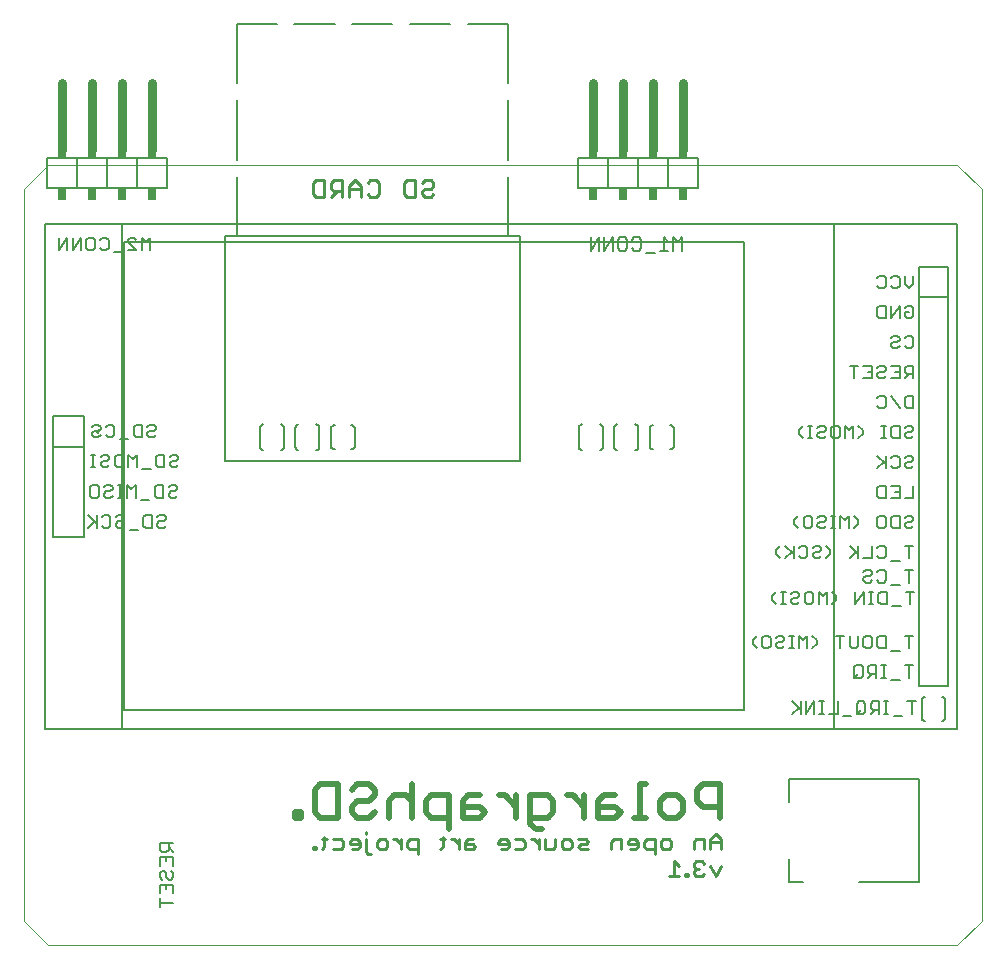
<source format=gbo>
G75*
%MOIN*%
%OFA0B0*%
%FSLAX25Y25*%
%IPPOS*%
%LPD*%
%AMOC8*
5,1,8,0,0,1.08239X$1,22.5*
%
%ADD10C,0.00000*%
%ADD11C,0.00800*%
%ADD12C,0.01000*%
%ADD13C,0.02000*%
%ADD14C,0.00900*%
%ADD15C,0.00600*%
%ADD16C,0.00500*%
%ADD17C,0.03000*%
%ADD18R,0.03000X0.02000*%
%ADD19R,0.03000X0.04000*%
D10*
X0001000Y0008874D02*
X0001000Y0252969D01*
X0008874Y0260843D01*
X0312024Y0260843D01*
X0320409Y0252969D01*
X0320409Y0008874D01*
X0312024Y0001000D01*
X0008874Y0001000D01*
X0001000Y0008874D01*
D11*
X0022416Y0140061D02*
X0024518Y0142163D01*
X0025218Y0141463D02*
X0022416Y0144265D01*
X0025218Y0144265D02*
X0025218Y0140061D01*
X0027020Y0140762D02*
X0027720Y0140061D01*
X0029122Y0140061D01*
X0029822Y0140762D01*
X0029822Y0143564D01*
X0029122Y0144265D01*
X0027720Y0144265D01*
X0027020Y0143564D01*
X0031624Y0143564D02*
X0032324Y0144265D01*
X0033725Y0144265D01*
X0034426Y0143564D01*
X0034426Y0142864D01*
X0033725Y0142163D01*
X0032324Y0142163D01*
X0031624Y0141463D01*
X0031624Y0140762D01*
X0032324Y0140061D01*
X0033725Y0140061D01*
X0034426Y0140762D01*
X0036228Y0139361D02*
X0039030Y0139361D01*
X0040831Y0140762D02*
X0040831Y0143564D01*
X0041532Y0144265D01*
X0043634Y0144265D01*
X0043634Y0140061D01*
X0041532Y0140061D01*
X0040831Y0140762D01*
X0045435Y0140762D02*
X0046136Y0140061D01*
X0047537Y0140061D01*
X0048238Y0140762D01*
X0047537Y0142163D02*
X0048238Y0142864D01*
X0048238Y0143564D01*
X0047537Y0144265D01*
X0046136Y0144265D01*
X0045435Y0143564D01*
X0046136Y0142163D02*
X0045435Y0141463D01*
X0045435Y0140762D01*
X0046136Y0142163D02*
X0047537Y0142163D01*
X0047413Y0150061D02*
X0045312Y0150061D01*
X0044611Y0150762D01*
X0044611Y0153564D01*
X0045312Y0154265D01*
X0047413Y0154265D01*
X0047413Y0150061D01*
X0049215Y0150762D02*
X0049916Y0150061D01*
X0051317Y0150061D01*
X0052017Y0150762D01*
X0051317Y0152163D02*
X0049916Y0152163D01*
X0049215Y0151463D01*
X0049215Y0150762D01*
X0051317Y0152163D02*
X0052017Y0152864D01*
X0052017Y0153564D01*
X0051317Y0154265D01*
X0049916Y0154265D01*
X0049215Y0153564D01*
X0050309Y0160219D02*
X0051710Y0160219D01*
X0052411Y0160919D01*
X0051710Y0162321D02*
X0050309Y0162321D01*
X0049609Y0161620D01*
X0049609Y0160919D01*
X0050309Y0160219D01*
X0047807Y0160219D02*
X0045705Y0160219D01*
X0045005Y0160919D01*
X0045005Y0163722D01*
X0045705Y0164422D01*
X0047807Y0164422D01*
X0047807Y0160219D01*
X0049609Y0163722D02*
X0050309Y0164422D01*
X0051710Y0164422D01*
X0052411Y0163722D01*
X0052411Y0163021D01*
X0051710Y0162321D01*
X0043203Y0159518D02*
X0040401Y0159518D01*
X0038599Y0160219D02*
X0038599Y0164422D01*
X0037198Y0163021D01*
X0035797Y0164422D01*
X0035797Y0160219D01*
X0033995Y0160919D02*
X0033295Y0160219D01*
X0031894Y0160219D01*
X0031193Y0160919D01*
X0031193Y0163722D01*
X0031894Y0164422D01*
X0033295Y0164422D01*
X0033995Y0163722D01*
X0033995Y0160919D01*
X0029391Y0160919D02*
X0028691Y0160219D01*
X0027290Y0160219D01*
X0026589Y0160919D01*
X0026589Y0161620D01*
X0027290Y0162321D01*
X0028691Y0162321D01*
X0029391Y0163021D01*
X0029391Y0163722D01*
X0028691Y0164422D01*
X0027290Y0164422D01*
X0026589Y0163722D01*
X0024787Y0164422D02*
X0023386Y0164422D01*
X0024087Y0164422D02*
X0024087Y0160219D01*
X0024787Y0160219D02*
X0023386Y0160219D01*
X0023827Y0154265D02*
X0023126Y0153564D01*
X0023126Y0150762D01*
X0023827Y0150061D01*
X0025228Y0150061D01*
X0025928Y0150762D01*
X0025928Y0153564D01*
X0025228Y0154265D01*
X0023827Y0154265D01*
X0027730Y0153564D02*
X0028431Y0154265D01*
X0029832Y0154265D01*
X0030532Y0153564D01*
X0030532Y0152864D01*
X0029832Y0152163D01*
X0028431Y0152163D01*
X0027730Y0151463D01*
X0027730Y0150762D01*
X0028431Y0150061D01*
X0029832Y0150061D01*
X0030532Y0150762D01*
X0032200Y0150061D02*
X0033602Y0150061D01*
X0032901Y0150061D02*
X0032901Y0154265D01*
X0033602Y0154265D02*
X0032200Y0154265D01*
X0035403Y0154265D02*
X0035403Y0150061D01*
X0038206Y0150061D02*
X0038206Y0154265D01*
X0036804Y0152864D01*
X0035403Y0154265D01*
X0040007Y0149361D02*
X0042809Y0149361D01*
X0035723Y0169518D02*
X0032920Y0169518D01*
X0031119Y0170919D02*
X0030418Y0170219D01*
X0029017Y0170219D01*
X0028317Y0170919D01*
X0026515Y0170919D02*
X0025814Y0170219D01*
X0024413Y0170219D01*
X0023713Y0170919D01*
X0023713Y0171620D01*
X0024413Y0172321D01*
X0025814Y0172321D01*
X0026515Y0173021D01*
X0026515Y0173722D01*
X0025814Y0174422D01*
X0024413Y0174422D01*
X0023713Y0173722D01*
X0028317Y0173722D02*
X0029017Y0174422D01*
X0030418Y0174422D01*
X0031119Y0173722D01*
X0031119Y0170919D01*
X0037524Y0170919D02*
X0037524Y0173722D01*
X0038225Y0174422D01*
X0040327Y0174422D01*
X0040327Y0170219D01*
X0038225Y0170219D01*
X0037524Y0170919D01*
X0042128Y0170919D02*
X0042829Y0170219D01*
X0044230Y0170219D01*
X0044931Y0170919D01*
X0044230Y0172321D02*
X0042829Y0172321D01*
X0042128Y0171620D01*
X0042128Y0170919D01*
X0044230Y0172321D02*
X0044931Y0173021D01*
X0044931Y0173722D01*
X0044230Y0174422D01*
X0042829Y0174422D01*
X0042128Y0173722D01*
X0079677Y0173541D02*
X0079677Y0167041D01*
X0079679Y0166981D01*
X0079684Y0166920D01*
X0079693Y0166861D01*
X0079706Y0166802D01*
X0079722Y0166743D01*
X0079742Y0166686D01*
X0079765Y0166631D01*
X0079792Y0166576D01*
X0079821Y0166524D01*
X0079854Y0166473D01*
X0079890Y0166424D01*
X0079928Y0166378D01*
X0079970Y0166334D01*
X0080014Y0166292D01*
X0080060Y0166254D01*
X0080109Y0166218D01*
X0080160Y0166185D01*
X0080212Y0166156D01*
X0080267Y0166129D01*
X0080322Y0166106D01*
X0080379Y0166086D01*
X0080438Y0166070D01*
X0080497Y0166057D01*
X0080556Y0166048D01*
X0080617Y0166043D01*
X0080677Y0166041D01*
X0086677Y0166041D02*
X0086737Y0166043D01*
X0086798Y0166048D01*
X0086857Y0166057D01*
X0086916Y0166070D01*
X0086975Y0166086D01*
X0087032Y0166106D01*
X0087087Y0166129D01*
X0087142Y0166156D01*
X0087194Y0166185D01*
X0087245Y0166218D01*
X0087294Y0166254D01*
X0087340Y0166292D01*
X0087384Y0166334D01*
X0087426Y0166378D01*
X0087464Y0166424D01*
X0087500Y0166473D01*
X0087533Y0166524D01*
X0087562Y0166576D01*
X0087589Y0166631D01*
X0087612Y0166686D01*
X0087632Y0166743D01*
X0087648Y0166802D01*
X0087661Y0166861D01*
X0087670Y0166920D01*
X0087675Y0166981D01*
X0087677Y0167041D01*
X0087677Y0173541D01*
X0087675Y0173601D01*
X0087670Y0173662D01*
X0087661Y0173721D01*
X0087648Y0173780D01*
X0087632Y0173839D01*
X0087612Y0173896D01*
X0087589Y0173951D01*
X0087562Y0174006D01*
X0087533Y0174058D01*
X0087500Y0174109D01*
X0087464Y0174158D01*
X0087426Y0174204D01*
X0087384Y0174248D01*
X0087340Y0174290D01*
X0087294Y0174328D01*
X0087245Y0174364D01*
X0087194Y0174397D01*
X0087142Y0174426D01*
X0087087Y0174453D01*
X0087032Y0174476D01*
X0086975Y0174496D01*
X0086916Y0174512D01*
X0086857Y0174525D01*
X0086798Y0174534D01*
X0086737Y0174539D01*
X0086677Y0174541D01*
X0080677Y0174541D02*
X0080617Y0174539D01*
X0080556Y0174534D01*
X0080497Y0174525D01*
X0080438Y0174512D01*
X0080379Y0174496D01*
X0080322Y0174476D01*
X0080267Y0174453D01*
X0080212Y0174426D01*
X0080160Y0174397D01*
X0080109Y0174364D01*
X0080060Y0174328D01*
X0080014Y0174290D01*
X0079970Y0174248D01*
X0079928Y0174204D01*
X0079890Y0174158D01*
X0079854Y0174109D01*
X0079821Y0174058D01*
X0079792Y0174006D01*
X0079765Y0173951D01*
X0079742Y0173896D01*
X0079722Y0173839D01*
X0079706Y0173780D01*
X0079693Y0173721D01*
X0079684Y0173662D01*
X0079679Y0173601D01*
X0079677Y0173541D01*
X0091488Y0173541D02*
X0091488Y0167041D01*
X0091490Y0166981D01*
X0091495Y0166920D01*
X0091504Y0166861D01*
X0091517Y0166802D01*
X0091533Y0166743D01*
X0091553Y0166686D01*
X0091576Y0166631D01*
X0091603Y0166576D01*
X0091632Y0166524D01*
X0091665Y0166473D01*
X0091701Y0166424D01*
X0091739Y0166378D01*
X0091781Y0166334D01*
X0091825Y0166292D01*
X0091871Y0166254D01*
X0091920Y0166218D01*
X0091971Y0166185D01*
X0092023Y0166156D01*
X0092078Y0166129D01*
X0092133Y0166106D01*
X0092190Y0166086D01*
X0092249Y0166070D01*
X0092308Y0166057D01*
X0092367Y0166048D01*
X0092428Y0166043D01*
X0092488Y0166041D01*
X0098488Y0166041D02*
X0098548Y0166043D01*
X0098609Y0166048D01*
X0098668Y0166057D01*
X0098727Y0166070D01*
X0098786Y0166086D01*
X0098843Y0166106D01*
X0098898Y0166129D01*
X0098953Y0166156D01*
X0099005Y0166185D01*
X0099056Y0166218D01*
X0099105Y0166254D01*
X0099151Y0166292D01*
X0099195Y0166334D01*
X0099237Y0166378D01*
X0099275Y0166424D01*
X0099311Y0166473D01*
X0099344Y0166524D01*
X0099373Y0166576D01*
X0099400Y0166631D01*
X0099423Y0166686D01*
X0099443Y0166743D01*
X0099459Y0166802D01*
X0099472Y0166861D01*
X0099481Y0166920D01*
X0099486Y0166981D01*
X0099488Y0167041D01*
X0099488Y0173541D01*
X0099486Y0173601D01*
X0099481Y0173662D01*
X0099472Y0173721D01*
X0099459Y0173780D01*
X0099443Y0173839D01*
X0099423Y0173896D01*
X0099400Y0173951D01*
X0099373Y0174006D01*
X0099344Y0174058D01*
X0099311Y0174109D01*
X0099275Y0174158D01*
X0099237Y0174204D01*
X0099195Y0174248D01*
X0099151Y0174290D01*
X0099105Y0174328D01*
X0099056Y0174364D01*
X0099005Y0174397D01*
X0098953Y0174426D01*
X0098898Y0174453D01*
X0098843Y0174476D01*
X0098786Y0174496D01*
X0098727Y0174512D01*
X0098668Y0174525D01*
X0098609Y0174534D01*
X0098548Y0174539D01*
X0098488Y0174541D01*
X0103362Y0173441D02*
X0103362Y0167142D01*
X0103361Y0167142D02*
X0103376Y0167081D01*
X0103394Y0167020D01*
X0103416Y0166961D01*
X0103441Y0166903D01*
X0103471Y0166848D01*
X0103503Y0166794D01*
X0103539Y0166742D01*
X0103578Y0166692D01*
X0103620Y0166645D01*
X0103665Y0166601D01*
X0103713Y0166560D01*
X0103763Y0166522D01*
X0103816Y0166487D01*
X0103870Y0166455D01*
X0103927Y0166427D01*
X0103985Y0166402D01*
X0104044Y0166381D01*
X0104105Y0166364D01*
X0104167Y0166351D01*
X0104229Y0166342D01*
X0104292Y0166336D01*
X0104355Y0166335D01*
X0104418Y0166338D01*
X0104481Y0166344D01*
X0104543Y0166354D01*
X0110055Y0166354D02*
X0110115Y0166344D01*
X0110175Y0166338D01*
X0110236Y0166335D01*
X0110296Y0166336D01*
X0110357Y0166340D01*
X0110417Y0166349D01*
X0110476Y0166360D01*
X0110535Y0166376D01*
X0110593Y0166395D01*
X0110649Y0166417D01*
X0110704Y0166443D01*
X0110757Y0166472D01*
X0110809Y0166504D01*
X0110858Y0166539D01*
X0110906Y0166577D01*
X0110950Y0166618D01*
X0110993Y0166661D01*
X0111032Y0166707D01*
X0111069Y0166755D01*
X0111103Y0166806D01*
X0111133Y0166858D01*
X0111161Y0166912D01*
X0111185Y0166968D01*
X0111206Y0167025D01*
X0111223Y0167083D01*
X0111237Y0167142D01*
X0111236Y0167142D02*
X0111236Y0173441D01*
X0111237Y0173441D02*
X0111223Y0173500D01*
X0111206Y0173558D01*
X0111185Y0173615D01*
X0111161Y0173671D01*
X0111133Y0173725D01*
X0111103Y0173777D01*
X0111069Y0173828D01*
X0111032Y0173876D01*
X0110993Y0173922D01*
X0110950Y0173965D01*
X0110906Y0174006D01*
X0110858Y0174044D01*
X0110809Y0174079D01*
X0110757Y0174111D01*
X0110704Y0174140D01*
X0110649Y0174166D01*
X0110593Y0174188D01*
X0110535Y0174207D01*
X0110476Y0174223D01*
X0110417Y0174234D01*
X0110357Y0174243D01*
X0110296Y0174247D01*
X0110236Y0174248D01*
X0110175Y0174245D01*
X0110115Y0174239D01*
X0110055Y0174229D01*
X0104543Y0174229D02*
X0104481Y0174239D01*
X0104418Y0174245D01*
X0104355Y0174248D01*
X0104292Y0174247D01*
X0104229Y0174241D01*
X0104167Y0174232D01*
X0104105Y0174219D01*
X0104044Y0174202D01*
X0103985Y0174181D01*
X0103927Y0174156D01*
X0103870Y0174128D01*
X0103816Y0174096D01*
X0103763Y0174061D01*
X0103713Y0174023D01*
X0103665Y0173982D01*
X0103620Y0173938D01*
X0103578Y0173891D01*
X0103539Y0173841D01*
X0103503Y0173789D01*
X0103471Y0173735D01*
X0103441Y0173680D01*
X0103416Y0173622D01*
X0103394Y0173563D01*
X0103376Y0173502D01*
X0103361Y0173441D01*
X0092488Y0174541D02*
X0092428Y0174539D01*
X0092367Y0174534D01*
X0092308Y0174525D01*
X0092249Y0174512D01*
X0092190Y0174496D01*
X0092133Y0174476D01*
X0092078Y0174453D01*
X0092023Y0174426D01*
X0091971Y0174397D01*
X0091920Y0174364D01*
X0091871Y0174328D01*
X0091825Y0174290D01*
X0091781Y0174248D01*
X0091739Y0174204D01*
X0091701Y0174158D01*
X0091665Y0174109D01*
X0091632Y0174058D01*
X0091603Y0174006D01*
X0091576Y0173951D01*
X0091553Y0173896D01*
X0091533Y0173839D01*
X0091517Y0173780D01*
X0091504Y0173721D01*
X0091495Y0173662D01*
X0091490Y0173601D01*
X0091488Y0173541D01*
X0033817Y0231861D02*
X0031014Y0231861D01*
X0029213Y0233262D02*
X0028512Y0232561D01*
X0027111Y0232561D01*
X0026410Y0233262D01*
X0024609Y0233262D02*
X0024609Y0236064D01*
X0023908Y0236765D01*
X0022507Y0236765D01*
X0021806Y0236064D01*
X0021806Y0233262D01*
X0022507Y0232561D01*
X0023908Y0232561D01*
X0024609Y0233262D01*
X0026410Y0236064D02*
X0027111Y0236765D01*
X0028512Y0236765D01*
X0029213Y0236064D01*
X0029213Y0233262D01*
X0035618Y0232561D02*
X0038420Y0232561D01*
X0035618Y0235364D01*
X0035618Y0236064D01*
X0036319Y0236765D01*
X0037720Y0236765D01*
X0038420Y0236064D01*
X0040222Y0236765D02*
X0040222Y0232561D01*
X0043024Y0232561D02*
X0043024Y0236765D01*
X0041623Y0235364D01*
X0040222Y0236765D01*
X0020005Y0236765D02*
X0020005Y0232561D01*
X0017202Y0232561D02*
X0017202Y0236765D01*
X0015401Y0236765D02*
X0015401Y0232561D01*
X0017202Y0232561D02*
X0020005Y0236765D01*
X0015401Y0236765D02*
X0012598Y0232561D01*
X0012598Y0236765D01*
X0185976Y0173541D02*
X0185976Y0167041D01*
X0185978Y0166981D01*
X0185983Y0166920D01*
X0185992Y0166861D01*
X0186005Y0166802D01*
X0186021Y0166743D01*
X0186041Y0166686D01*
X0186064Y0166631D01*
X0186091Y0166576D01*
X0186120Y0166524D01*
X0186153Y0166473D01*
X0186189Y0166424D01*
X0186227Y0166378D01*
X0186269Y0166334D01*
X0186313Y0166292D01*
X0186359Y0166254D01*
X0186408Y0166218D01*
X0186459Y0166185D01*
X0186511Y0166156D01*
X0186566Y0166129D01*
X0186621Y0166106D01*
X0186678Y0166086D01*
X0186737Y0166070D01*
X0186796Y0166057D01*
X0186855Y0166048D01*
X0186916Y0166043D01*
X0186976Y0166041D01*
X0192976Y0166041D02*
X0193036Y0166043D01*
X0193097Y0166048D01*
X0193156Y0166057D01*
X0193215Y0166070D01*
X0193274Y0166086D01*
X0193331Y0166106D01*
X0193386Y0166129D01*
X0193441Y0166156D01*
X0193493Y0166185D01*
X0193544Y0166218D01*
X0193593Y0166254D01*
X0193639Y0166292D01*
X0193683Y0166334D01*
X0193725Y0166378D01*
X0193763Y0166424D01*
X0193799Y0166473D01*
X0193832Y0166524D01*
X0193861Y0166576D01*
X0193888Y0166631D01*
X0193911Y0166686D01*
X0193931Y0166743D01*
X0193947Y0166802D01*
X0193960Y0166861D01*
X0193969Y0166920D01*
X0193974Y0166981D01*
X0193976Y0167041D01*
X0193976Y0173541D01*
X0193974Y0173601D01*
X0193969Y0173662D01*
X0193960Y0173721D01*
X0193947Y0173780D01*
X0193931Y0173839D01*
X0193911Y0173896D01*
X0193888Y0173951D01*
X0193861Y0174006D01*
X0193832Y0174058D01*
X0193799Y0174109D01*
X0193763Y0174158D01*
X0193725Y0174204D01*
X0193683Y0174248D01*
X0193639Y0174290D01*
X0193593Y0174328D01*
X0193544Y0174364D01*
X0193493Y0174397D01*
X0193441Y0174426D01*
X0193386Y0174453D01*
X0193331Y0174476D01*
X0193274Y0174496D01*
X0193215Y0174512D01*
X0193156Y0174525D01*
X0193097Y0174534D01*
X0193036Y0174539D01*
X0192976Y0174541D01*
X0197787Y0173541D02*
X0197787Y0167041D01*
X0197789Y0166981D01*
X0197794Y0166920D01*
X0197803Y0166861D01*
X0197816Y0166802D01*
X0197832Y0166743D01*
X0197852Y0166686D01*
X0197875Y0166631D01*
X0197902Y0166576D01*
X0197931Y0166524D01*
X0197964Y0166473D01*
X0198000Y0166424D01*
X0198038Y0166378D01*
X0198080Y0166334D01*
X0198124Y0166292D01*
X0198170Y0166254D01*
X0198219Y0166218D01*
X0198270Y0166185D01*
X0198322Y0166156D01*
X0198377Y0166129D01*
X0198432Y0166106D01*
X0198489Y0166086D01*
X0198548Y0166070D01*
X0198607Y0166057D01*
X0198666Y0166048D01*
X0198727Y0166043D01*
X0198787Y0166041D01*
X0204787Y0166041D02*
X0204847Y0166043D01*
X0204908Y0166048D01*
X0204967Y0166057D01*
X0205026Y0166070D01*
X0205085Y0166086D01*
X0205142Y0166106D01*
X0205197Y0166129D01*
X0205252Y0166156D01*
X0205304Y0166185D01*
X0205355Y0166218D01*
X0205404Y0166254D01*
X0205450Y0166292D01*
X0205494Y0166334D01*
X0205536Y0166378D01*
X0205574Y0166424D01*
X0205610Y0166473D01*
X0205643Y0166524D01*
X0205672Y0166576D01*
X0205699Y0166631D01*
X0205722Y0166686D01*
X0205742Y0166743D01*
X0205758Y0166802D01*
X0205771Y0166861D01*
X0205780Y0166920D01*
X0205785Y0166981D01*
X0205787Y0167041D01*
X0205787Y0173541D01*
X0205785Y0173601D01*
X0205780Y0173662D01*
X0205771Y0173721D01*
X0205758Y0173780D01*
X0205742Y0173839D01*
X0205722Y0173896D01*
X0205699Y0173951D01*
X0205672Y0174006D01*
X0205643Y0174058D01*
X0205610Y0174109D01*
X0205574Y0174158D01*
X0205536Y0174204D01*
X0205494Y0174248D01*
X0205450Y0174290D01*
X0205404Y0174328D01*
X0205355Y0174364D01*
X0205304Y0174397D01*
X0205252Y0174426D01*
X0205197Y0174453D01*
X0205142Y0174476D01*
X0205085Y0174496D01*
X0205026Y0174512D01*
X0204967Y0174525D01*
X0204908Y0174534D01*
X0204847Y0174539D01*
X0204787Y0174541D01*
X0209661Y0173441D02*
X0209661Y0167142D01*
X0209676Y0167081D01*
X0209694Y0167020D01*
X0209716Y0166961D01*
X0209741Y0166903D01*
X0209771Y0166848D01*
X0209803Y0166794D01*
X0209839Y0166742D01*
X0209878Y0166692D01*
X0209920Y0166645D01*
X0209965Y0166601D01*
X0210013Y0166560D01*
X0210063Y0166522D01*
X0210116Y0166487D01*
X0210170Y0166455D01*
X0210227Y0166427D01*
X0210285Y0166402D01*
X0210344Y0166381D01*
X0210405Y0166364D01*
X0210467Y0166351D01*
X0210529Y0166342D01*
X0210592Y0166336D01*
X0210655Y0166335D01*
X0210718Y0166338D01*
X0210781Y0166344D01*
X0210843Y0166354D01*
X0216354Y0166354D02*
X0216414Y0166344D01*
X0216474Y0166338D01*
X0216535Y0166335D01*
X0216595Y0166336D01*
X0216656Y0166340D01*
X0216716Y0166349D01*
X0216775Y0166360D01*
X0216834Y0166376D01*
X0216892Y0166395D01*
X0216948Y0166417D01*
X0217003Y0166443D01*
X0217056Y0166472D01*
X0217108Y0166504D01*
X0217157Y0166539D01*
X0217205Y0166577D01*
X0217249Y0166618D01*
X0217292Y0166661D01*
X0217331Y0166707D01*
X0217368Y0166755D01*
X0217402Y0166806D01*
X0217432Y0166858D01*
X0217460Y0166912D01*
X0217484Y0166968D01*
X0217505Y0167025D01*
X0217522Y0167083D01*
X0217536Y0167142D01*
X0217535Y0167142D02*
X0217535Y0173441D01*
X0217536Y0173441D02*
X0217522Y0173500D01*
X0217505Y0173558D01*
X0217484Y0173615D01*
X0217460Y0173671D01*
X0217432Y0173725D01*
X0217402Y0173777D01*
X0217368Y0173828D01*
X0217331Y0173876D01*
X0217292Y0173922D01*
X0217249Y0173965D01*
X0217205Y0174006D01*
X0217157Y0174044D01*
X0217108Y0174079D01*
X0217056Y0174111D01*
X0217003Y0174140D01*
X0216948Y0174166D01*
X0216892Y0174188D01*
X0216834Y0174207D01*
X0216775Y0174223D01*
X0216716Y0174234D01*
X0216656Y0174243D01*
X0216595Y0174247D01*
X0216535Y0174248D01*
X0216474Y0174245D01*
X0216414Y0174239D01*
X0216354Y0174229D01*
X0210843Y0174229D02*
X0210781Y0174239D01*
X0210718Y0174245D01*
X0210655Y0174248D01*
X0210592Y0174247D01*
X0210529Y0174241D01*
X0210467Y0174232D01*
X0210405Y0174219D01*
X0210344Y0174202D01*
X0210285Y0174181D01*
X0210227Y0174156D01*
X0210170Y0174128D01*
X0210116Y0174096D01*
X0210063Y0174061D01*
X0210013Y0174023D01*
X0209965Y0173982D01*
X0209920Y0173938D01*
X0209878Y0173891D01*
X0209839Y0173841D01*
X0209803Y0173789D01*
X0209771Y0173735D01*
X0209741Y0173680D01*
X0209716Y0173622D01*
X0209694Y0173563D01*
X0209676Y0173502D01*
X0209661Y0173441D01*
X0198787Y0174541D02*
X0198727Y0174539D01*
X0198666Y0174534D01*
X0198607Y0174525D01*
X0198548Y0174512D01*
X0198489Y0174496D01*
X0198432Y0174476D01*
X0198377Y0174453D01*
X0198322Y0174426D01*
X0198270Y0174397D01*
X0198219Y0174364D01*
X0198170Y0174328D01*
X0198124Y0174290D01*
X0198080Y0174248D01*
X0198038Y0174204D01*
X0198000Y0174158D01*
X0197964Y0174109D01*
X0197931Y0174058D01*
X0197902Y0174006D01*
X0197875Y0173951D01*
X0197852Y0173896D01*
X0197832Y0173839D01*
X0197816Y0173780D01*
X0197803Y0173721D01*
X0197794Y0173662D01*
X0197789Y0173601D01*
X0197787Y0173541D01*
X0186976Y0174541D02*
X0186916Y0174539D01*
X0186855Y0174534D01*
X0186796Y0174525D01*
X0186737Y0174512D01*
X0186678Y0174496D01*
X0186621Y0174476D01*
X0186566Y0174453D01*
X0186511Y0174426D01*
X0186459Y0174397D01*
X0186408Y0174364D01*
X0186359Y0174328D01*
X0186313Y0174290D01*
X0186269Y0174248D01*
X0186227Y0174204D01*
X0186189Y0174158D01*
X0186153Y0174109D01*
X0186120Y0174058D01*
X0186091Y0174006D01*
X0186064Y0173951D01*
X0186041Y0173896D01*
X0186021Y0173839D01*
X0186005Y0173780D01*
X0185992Y0173721D01*
X0185983Y0173662D01*
X0185978Y0173601D01*
X0185976Y0173541D01*
X0250404Y0117352D02*
X0251805Y0118753D01*
X0253473Y0118753D02*
X0254874Y0118753D01*
X0254174Y0118753D02*
X0254174Y0114550D01*
X0254874Y0114550D02*
X0253473Y0114550D01*
X0251805Y0114550D02*
X0250404Y0115951D01*
X0250404Y0117352D01*
X0256676Y0118053D02*
X0257376Y0118753D01*
X0258777Y0118753D01*
X0259478Y0118053D01*
X0259478Y0117352D01*
X0258777Y0116651D01*
X0257376Y0116651D01*
X0256676Y0115951D01*
X0256676Y0115250D01*
X0257376Y0114550D01*
X0258777Y0114550D01*
X0259478Y0115250D01*
X0261280Y0115250D02*
X0261280Y0118053D01*
X0261980Y0118753D01*
X0263381Y0118753D01*
X0264082Y0118053D01*
X0264082Y0115250D01*
X0263381Y0114550D01*
X0261980Y0114550D01*
X0261280Y0115250D01*
X0265884Y0114550D02*
X0265884Y0118753D01*
X0267285Y0117352D01*
X0268686Y0118753D01*
X0268686Y0114550D01*
X0270354Y0114550D02*
X0271755Y0115951D01*
X0271755Y0117352D01*
X0270354Y0118753D01*
X0278161Y0118753D02*
X0278161Y0114550D01*
X0280963Y0118753D01*
X0280963Y0114550D01*
X0282631Y0114550D02*
X0284032Y0114550D01*
X0283332Y0114550D02*
X0283332Y0118753D01*
X0284032Y0118753D02*
X0282631Y0118753D01*
X0282938Y0121794D02*
X0281537Y0121794D01*
X0280836Y0122494D01*
X0280836Y0123195D01*
X0281537Y0123895D01*
X0282938Y0123895D01*
X0283639Y0124596D01*
X0283639Y0125297D01*
X0282938Y0125997D01*
X0281537Y0125997D01*
X0280836Y0125297D01*
X0283639Y0122494D02*
X0282938Y0121794D01*
X0285440Y0122494D02*
X0286141Y0121794D01*
X0287542Y0121794D01*
X0288243Y0122494D01*
X0288243Y0125297D01*
X0287542Y0125997D01*
X0286141Y0125997D01*
X0285440Y0125297D01*
X0286141Y0129825D02*
X0285440Y0130526D01*
X0286141Y0129825D02*
X0287542Y0129825D01*
X0288243Y0130526D01*
X0288243Y0133328D01*
X0287542Y0134029D01*
X0286141Y0134029D01*
X0285440Y0133328D01*
X0283639Y0134029D02*
X0283639Y0129825D01*
X0280836Y0129825D01*
X0279035Y0129825D02*
X0279035Y0134029D01*
X0278334Y0131927D02*
X0276232Y0129825D01*
X0279035Y0131226D02*
X0276232Y0134029D01*
X0275965Y0139825D02*
X0275965Y0144029D01*
X0274564Y0142628D01*
X0273163Y0144029D01*
X0273163Y0139825D01*
X0271361Y0139825D02*
X0269960Y0139825D01*
X0270661Y0139825D02*
X0270661Y0144029D01*
X0271361Y0144029D02*
X0269960Y0144029D01*
X0268292Y0143328D02*
X0268292Y0142628D01*
X0267592Y0141927D01*
X0266190Y0141927D01*
X0265490Y0141226D01*
X0265490Y0140526D01*
X0266190Y0139825D01*
X0267592Y0139825D01*
X0268292Y0140526D01*
X0268292Y0143328D02*
X0267592Y0144029D01*
X0266190Y0144029D01*
X0265490Y0143328D01*
X0263688Y0143328D02*
X0263688Y0140526D01*
X0262988Y0139825D01*
X0261586Y0139825D01*
X0260886Y0140526D01*
X0260886Y0143328D01*
X0261586Y0144029D01*
X0262988Y0144029D01*
X0263688Y0143328D01*
X0259084Y0144029D02*
X0257683Y0142628D01*
X0257683Y0141226D01*
X0259084Y0139825D01*
X0260052Y0134029D02*
X0261453Y0134029D01*
X0262154Y0133328D01*
X0262154Y0130526D01*
X0261453Y0129825D01*
X0260052Y0129825D01*
X0259351Y0130526D01*
X0257550Y0131226D02*
X0254747Y0134029D01*
X0252946Y0134029D02*
X0251545Y0132628D01*
X0251545Y0131226D01*
X0252946Y0129825D01*
X0254747Y0129825D02*
X0256849Y0131927D01*
X0257550Y0134029D02*
X0257550Y0129825D01*
X0259351Y0133328D02*
X0260052Y0134029D01*
X0263955Y0133328D02*
X0264656Y0134029D01*
X0266057Y0134029D01*
X0266758Y0133328D01*
X0266758Y0132628D01*
X0266057Y0131927D01*
X0264656Y0131927D01*
X0263955Y0131226D01*
X0263955Y0130526D01*
X0264656Y0129825D01*
X0266057Y0129825D01*
X0266758Y0130526D01*
X0268426Y0129825D02*
X0269827Y0131226D01*
X0269827Y0132628D01*
X0268426Y0134029D01*
X0277634Y0139825D02*
X0279035Y0141226D01*
X0279035Y0142628D01*
X0277634Y0144029D01*
X0285440Y0143328D02*
X0285440Y0140526D01*
X0286141Y0139825D01*
X0287542Y0139825D01*
X0288243Y0140526D01*
X0288243Y0143328D01*
X0287542Y0144029D01*
X0286141Y0144029D01*
X0285440Y0143328D01*
X0290044Y0143328D02*
X0290044Y0140526D01*
X0290745Y0139825D01*
X0292846Y0139825D01*
X0292846Y0144029D01*
X0290745Y0144029D01*
X0290044Y0143328D01*
X0294648Y0143328D02*
X0295349Y0144029D01*
X0296750Y0144029D01*
X0297450Y0143328D01*
X0297450Y0142628D01*
X0296750Y0141927D01*
X0295349Y0141927D01*
X0294648Y0141226D01*
X0294648Y0140526D01*
X0295349Y0139825D01*
X0296750Y0139825D01*
X0297450Y0140526D01*
X0297450Y0134029D02*
X0294648Y0134029D01*
X0296049Y0134029D02*
X0296049Y0129825D01*
X0292846Y0129125D02*
X0290044Y0129125D01*
X0294648Y0125997D02*
X0297450Y0125997D01*
X0296049Y0125997D02*
X0296049Y0121794D01*
X0296443Y0118753D02*
X0296443Y0114550D01*
X0293240Y0113849D02*
X0290438Y0113849D01*
X0288636Y0114550D02*
X0286534Y0114550D01*
X0285834Y0115250D01*
X0285834Y0118053D01*
X0286534Y0118753D01*
X0288636Y0118753D01*
X0288636Y0114550D01*
X0290044Y0121093D02*
X0292846Y0121093D01*
X0295042Y0118753D02*
X0297844Y0118753D01*
X0297450Y0104029D02*
X0294648Y0104029D01*
X0296049Y0104029D02*
X0296049Y0099825D01*
X0292846Y0099125D02*
X0290044Y0099125D01*
X0288243Y0099825D02*
X0288243Y0104029D01*
X0286141Y0104029D01*
X0285440Y0103328D01*
X0285440Y0100526D01*
X0286141Y0099825D01*
X0288243Y0099825D01*
X0283639Y0100526D02*
X0283639Y0103328D01*
X0282938Y0104029D01*
X0281537Y0104029D01*
X0280836Y0103328D01*
X0280836Y0100526D01*
X0281537Y0099825D01*
X0282938Y0099825D01*
X0283639Y0100526D01*
X0279035Y0100526D02*
X0278334Y0099825D01*
X0276933Y0099825D01*
X0276232Y0100526D01*
X0276232Y0104029D01*
X0274431Y0104029D02*
X0271628Y0104029D01*
X0273030Y0104029D02*
X0273030Y0099825D01*
X0279035Y0100526D02*
X0279035Y0104029D01*
X0278468Y0094186D02*
X0277767Y0093486D01*
X0277767Y0090683D01*
X0278468Y0089983D01*
X0279869Y0089983D01*
X0280569Y0090683D01*
X0280569Y0093486D01*
X0279869Y0094186D01*
X0278468Y0094186D01*
X0279168Y0091384D02*
X0277767Y0089983D01*
X0282371Y0089983D02*
X0283772Y0091384D01*
X0283071Y0091384D02*
X0285173Y0091384D01*
X0285173Y0089983D02*
X0285173Y0094186D01*
X0283071Y0094186D01*
X0282371Y0093486D01*
X0282371Y0092084D01*
X0283071Y0091384D01*
X0286841Y0089983D02*
X0288243Y0089983D01*
X0287542Y0089983D02*
X0287542Y0094186D01*
X0288243Y0094186D02*
X0286841Y0094186D01*
X0290044Y0089282D02*
X0292846Y0089282D01*
X0296049Y0089983D02*
X0296049Y0094186D01*
X0297450Y0094186D02*
X0294648Y0094186D01*
X0295467Y0082174D02*
X0298269Y0082174D01*
X0296868Y0082174D02*
X0296868Y0077971D01*
X0293665Y0077270D02*
X0290863Y0077270D01*
X0289061Y0077971D02*
X0287660Y0077971D01*
X0288361Y0077971D02*
X0288361Y0082174D01*
X0289061Y0082174D02*
X0287660Y0082174D01*
X0285992Y0082174D02*
X0285992Y0077971D01*
X0285992Y0079372D02*
X0283890Y0079372D01*
X0283190Y0080073D01*
X0283190Y0081474D01*
X0283890Y0082174D01*
X0285992Y0082174D01*
X0284591Y0079372D02*
X0283190Y0077971D01*
X0281388Y0078671D02*
X0281388Y0081474D01*
X0280688Y0082174D01*
X0279286Y0082174D01*
X0278586Y0081474D01*
X0278586Y0078671D01*
X0279286Y0077971D01*
X0280688Y0077971D01*
X0281388Y0078671D01*
X0279987Y0079372D02*
X0278586Y0077971D01*
X0276784Y0077270D02*
X0273982Y0077270D01*
X0272180Y0077971D02*
X0269378Y0077971D01*
X0267576Y0077971D02*
X0266175Y0077971D01*
X0266876Y0077971D02*
X0266876Y0082174D01*
X0267576Y0082174D02*
X0266175Y0082174D01*
X0264507Y0082174D02*
X0261705Y0077971D01*
X0261705Y0082174D01*
X0259903Y0082174D02*
X0259903Y0077971D01*
X0259903Y0079372D02*
X0257101Y0082174D01*
X0259203Y0080073D02*
X0257101Y0077971D01*
X0264507Y0077971D02*
X0264507Y0082174D01*
X0272180Y0082174D02*
X0272180Y0077971D01*
X0263822Y0099825D02*
X0265223Y0101226D01*
X0265223Y0102628D01*
X0263822Y0104029D01*
X0262154Y0104029D02*
X0262154Y0099825D01*
X0259351Y0099825D02*
X0259351Y0104029D01*
X0260752Y0102628D01*
X0262154Y0104029D01*
X0257550Y0104029D02*
X0256149Y0104029D01*
X0256849Y0104029D02*
X0256849Y0099825D01*
X0256149Y0099825D02*
X0257550Y0099825D01*
X0254480Y0100526D02*
X0253780Y0099825D01*
X0252379Y0099825D01*
X0251678Y0100526D01*
X0251678Y0101226D01*
X0252379Y0101927D01*
X0253780Y0101927D01*
X0254480Y0102628D01*
X0254480Y0103328D01*
X0253780Y0104029D01*
X0252379Y0104029D01*
X0251678Y0103328D01*
X0249877Y0103328D02*
X0249877Y0100526D01*
X0249176Y0099825D01*
X0247775Y0099825D01*
X0247074Y0100526D01*
X0247074Y0103328D01*
X0247775Y0104029D01*
X0249176Y0104029D01*
X0249877Y0103328D01*
X0245273Y0104029D02*
X0243871Y0102628D01*
X0243871Y0101226D01*
X0245273Y0099825D01*
X0255887Y0056306D02*
X0255887Y0048638D01*
X0255887Y0056306D02*
X0299213Y0056306D01*
X0299213Y0022072D01*
X0279346Y0022072D01*
X0260843Y0022072D02*
X0255887Y0022072D01*
X0255887Y0029740D01*
X0300213Y0076591D02*
X0300213Y0082890D01*
X0300212Y0082890D02*
X0300227Y0082951D01*
X0300245Y0083012D01*
X0300267Y0083071D01*
X0300292Y0083129D01*
X0300322Y0083184D01*
X0300354Y0083238D01*
X0300390Y0083290D01*
X0300429Y0083340D01*
X0300471Y0083387D01*
X0300516Y0083431D01*
X0300564Y0083472D01*
X0300614Y0083510D01*
X0300667Y0083545D01*
X0300721Y0083577D01*
X0300778Y0083605D01*
X0300836Y0083630D01*
X0300895Y0083651D01*
X0300956Y0083668D01*
X0301018Y0083681D01*
X0301080Y0083690D01*
X0301143Y0083696D01*
X0301206Y0083697D01*
X0301269Y0083694D01*
X0301332Y0083688D01*
X0301394Y0083678D01*
X0306905Y0083678D02*
X0306965Y0083688D01*
X0307025Y0083694D01*
X0307086Y0083697D01*
X0307146Y0083696D01*
X0307207Y0083692D01*
X0307267Y0083683D01*
X0307326Y0083672D01*
X0307385Y0083656D01*
X0307443Y0083637D01*
X0307499Y0083615D01*
X0307554Y0083589D01*
X0307607Y0083560D01*
X0307659Y0083528D01*
X0307708Y0083493D01*
X0307756Y0083455D01*
X0307800Y0083414D01*
X0307843Y0083371D01*
X0307882Y0083325D01*
X0307919Y0083277D01*
X0307953Y0083226D01*
X0307983Y0083174D01*
X0308011Y0083120D01*
X0308035Y0083064D01*
X0308056Y0083007D01*
X0308073Y0082949D01*
X0308087Y0082890D01*
X0308087Y0076591D01*
X0308087Y0076590D02*
X0308073Y0076531D01*
X0308056Y0076473D01*
X0308035Y0076416D01*
X0308011Y0076360D01*
X0307983Y0076306D01*
X0307953Y0076254D01*
X0307919Y0076203D01*
X0307882Y0076155D01*
X0307843Y0076109D01*
X0307800Y0076066D01*
X0307756Y0076025D01*
X0307708Y0075987D01*
X0307659Y0075952D01*
X0307607Y0075920D01*
X0307554Y0075891D01*
X0307499Y0075865D01*
X0307443Y0075843D01*
X0307385Y0075824D01*
X0307326Y0075808D01*
X0307267Y0075797D01*
X0307207Y0075788D01*
X0307146Y0075784D01*
X0307086Y0075783D01*
X0307025Y0075786D01*
X0306965Y0075792D01*
X0306905Y0075802D01*
X0301394Y0075802D02*
X0301332Y0075792D01*
X0301269Y0075786D01*
X0301206Y0075783D01*
X0301143Y0075784D01*
X0301080Y0075790D01*
X0301018Y0075799D01*
X0300956Y0075812D01*
X0300895Y0075829D01*
X0300836Y0075850D01*
X0300778Y0075875D01*
X0300721Y0075903D01*
X0300667Y0075935D01*
X0300614Y0075970D01*
X0300564Y0076008D01*
X0300516Y0076049D01*
X0300471Y0076093D01*
X0300429Y0076140D01*
X0300390Y0076190D01*
X0300354Y0076242D01*
X0300322Y0076296D01*
X0300292Y0076351D01*
X0300267Y0076409D01*
X0300245Y0076468D01*
X0300227Y0076529D01*
X0300212Y0076590D01*
X0297450Y0149825D02*
X0294648Y0149825D01*
X0292846Y0149825D02*
X0290044Y0149825D01*
X0288243Y0149825D02*
X0288243Y0154029D01*
X0286141Y0154029D01*
X0285440Y0153328D01*
X0285440Y0150526D01*
X0286141Y0149825D01*
X0288243Y0149825D01*
X0291445Y0151927D02*
X0292846Y0151927D01*
X0292846Y0154029D02*
X0292846Y0149825D01*
X0292846Y0154029D02*
X0290044Y0154029D01*
X0290745Y0159825D02*
X0290044Y0160526D01*
X0290745Y0159825D02*
X0292146Y0159825D01*
X0292846Y0160526D01*
X0292846Y0163328D01*
X0292146Y0164029D01*
X0290745Y0164029D01*
X0290044Y0163328D01*
X0288243Y0164029D02*
X0288243Y0159825D01*
X0288243Y0161226D02*
X0285440Y0164029D01*
X0287542Y0161927D02*
X0285440Y0159825D01*
X0294648Y0160526D02*
X0295349Y0159825D01*
X0296750Y0159825D01*
X0297450Y0160526D01*
X0296750Y0161927D02*
X0295349Y0161927D01*
X0294648Y0161226D01*
X0294648Y0160526D01*
X0296750Y0161927D02*
X0297450Y0162628D01*
X0297450Y0163328D01*
X0296750Y0164029D01*
X0295349Y0164029D01*
X0294648Y0163328D01*
X0295349Y0169825D02*
X0296750Y0169825D01*
X0297450Y0170526D01*
X0296750Y0171927D02*
X0295349Y0171927D01*
X0294648Y0171226D01*
X0294648Y0170526D01*
X0295349Y0169825D01*
X0292846Y0169825D02*
X0290745Y0169825D01*
X0290044Y0170526D01*
X0290044Y0173328D01*
X0290745Y0174029D01*
X0292846Y0174029D01*
X0292846Y0169825D01*
X0296750Y0171927D02*
X0297450Y0172628D01*
X0297450Y0173328D01*
X0296750Y0174029D01*
X0295349Y0174029D01*
X0294648Y0173328D01*
X0288243Y0174029D02*
X0286841Y0174029D01*
X0287542Y0174029D02*
X0287542Y0169825D01*
X0288243Y0169825D02*
X0286841Y0169825D01*
X0280569Y0171226D02*
X0280569Y0172628D01*
X0279168Y0174029D01*
X0277500Y0174029D02*
X0276099Y0172628D01*
X0274698Y0174029D01*
X0274698Y0169825D01*
X0272896Y0170526D02*
X0272196Y0169825D01*
X0270794Y0169825D01*
X0270094Y0170526D01*
X0270094Y0173328D01*
X0270794Y0174029D01*
X0272196Y0174029D01*
X0272896Y0173328D01*
X0272896Y0170526D01*
X0268292Y0170526D02*
X0267592Y0169825D01*
X0266190Y0169825D01*
X0265490Y0170526D01*
X0265490Y0171226D01*
X0266190Y0171927D01*
X0267592Y0171927D01*
X0268292Y0172628D01*
X0268292Y0173328D01*
X0267592Y0174029D01*
X0266190Y0174029D01*
X0265490Y0173328D01*
X0263688Y0174029D02*
X0262287Y0174029D01*
X0262988Y0174029D02*
X0262988Y0169825D01*
X0263688Y0169825D02*
X0262287Y0169825D01*
X0260619Y0169825D02*
X0259218Y0171226D01*
X0259218Y0172628D01*
X0260619Y0174029D01*
X0277500Y0174029D02*
X0277500Y0169825D01*
X0279168Y0169825D02*
X0280569Y0171226D01*
X0286141Y0179825D02*
X0285440Y0180526D01*
X0286141Y0179825D02*
X0287542Y0179825D01*
X0288243Y0180526D01*
X0288243Y0183328D01*
X0287542Y0184029D01*
X0286141Y0184029D01*
X0285440Y0183328D01*
X0290044Y0184029D02*
X0292846Y0179825D01*
X0294648Y0180526D02*
X0294648Y0183328D01*
X0295349Y0184029D01*
X0297450Y0184029D01*
X0297450Y0179825D01*
X0295349Y0179825D01*
X0294648Y0180526D01*
X0294648Y0189825D02*
X0296049Y0191226D01*
X0295349Y0191226D02*
X0297450Y0191226D01*
X0297450Y0189825D02*
X0297450Y0194029D01*
X0295349Y0194029D01*
X0294648Y0193328D01*
X0294648Y0191927D01*
X0295349Y0191226D01*
X0292846Y0191927D02*
X0291445Y0191927D01*
X0290044Y0194029D02*
X0292846Y0194029D01*
X0292846Y0189825D01*
X0290044Y0189825D01*
X0288243Y0190526D02*
X0287542Y0189825D01*
X0286141Y0189825D01*
X0285440Y0190526D01*
X0285440Y0191226D01*
X0286141Y0191927D01*
X0287542Y0191927D01*
X0288243Y0192628D01*
X0288243Y0193328D01*
X0287542Y0194029D01*
X0286141Y0194029D01*
X0285440Y0193328D01*
X0283639Y0194029D02*
X0283639Y0189825D01*
X0280836Y0189825D01*
X0282237Y0191927D02*
X0283639Y0191927D01*
X0283639Y0194029D02*
X0280836Y0194029D01*
X0279035Y0194029D02*
X0276232Y0194029D01*
X0277634Y0194029D02*
X0277634Y0189825D01*
X0290044Y0200526D02*
X0290044Y0201226D01*
X0290745Y0201927D01*
X0292146Y0201927D01*
X0292846Y0202628D01*
X0292846Y0203328D01*
X0292146Y0204029D01*
X0290745Y0204029D01*
X0290044Y0203328D01*
X0290044Y0200526D02*
X0290745Y0199825D01*
X0292146Y0199825D01*
X0292846Y0200526D01*
X0294648Y0200526D02*
X0295349Y0199825D01*
X0296750Y0199825D01*
X0297450Y0200526D01*
X0297450Y0203328D01*
X0296750Y0204029D01*
X0295349Y0204029D01*
X0294648Y0203328D01*
X0295349Y0209825D02*
X0294648Y0210526D01*
X0294648Y0211927D01*
X0296049Y0211927D01*
X0294648Y0213328D02*
X0295349Y0214029D01*
X0296750Y0214029D01*
X0297450Y0213328D01*
X0297450Y0210526D01*
X0296750Y0209825D01*
X0295349Y0209825D01*
X0292846Y0209825D02*
X0292846Y0214029D01*
X0290044Y0209825D01*
X0290044Y0214029D01*
X0288243Y0214029D02*
X0286141Y0214029D01*
X0285440Y0213328D01*
X0285440Y0210526D01*
X0286141Y0209825D01*
X0288243Y0209825D01*
X0288243Y0214029D01*
X0287542Y0219825D02*
X0286141Y0219825D01*
X0285440Y0220526D01*
X0287542Y0219825D02*
X0288243Y0220526D01*
X0288243Y0223328D01*
X0287542Y0224029D01*
X0286141Y0224029D01*
X0285440Y0223328D01*
X0290044Y0223328D02*
X0290745Y0224029D01*
X0292146Y0224029D01*
X0292846Y0223328D01*
X0292846Y0220526D01*
X0292146Y0219825D01*
X0290745Y0219825D01*
X0290044Y0220526D01*
X0294648Y0221226D02*
X0294648Y0224029D01*
X0297450Y0224029D02*
X0297450Y0221226D01*
X0296049Y0219825D01*
X0294648Y0221226D01*
X0297450Y0154029D02*
X0297450Y0149825D01*
D12*
X0137508Y0251253D02*
X0136574Y0250319D01*
X0134705Y0250319D01*
X0133771Y0251253D01*
X0133771Y0252187D01*
X0134705Y0253121D01*
X0136574Y0253121D01*
X0137508Y0254055D01*
X0137508Y0254990D01*
X0136574Y0255924D01*
X0134705Y0255924D01*
X0133771Y0254990D01*
X0131431Y0255924D02*
X0128628Y0255924D01*
X0127694Y0254990D01*
X0127694Y0251253D01*
X0128628Y0250319D01*
X0131431Y0250319D01*
X0131431Y0255924D01*
X0119276Y0254990D02*
X0119276Y0251253D01*
X0118342Y0250319D01*
X0116474Y0250319D01*
X0115540Y0251253D01*
X0113199Y0250319D02*
X0113199Y0254055D01*
X0111331Y0255924D01*
X0109463Y0254055D01*
X0109463Y0250319D01*
X0107122Y0250319D02*
X0107122Y0255924D01*
X0104320Y0255924D01*
X0103385Y0254990D01*
X0103385Y0253121D01*
X0104320Y0252187D01*
X0107122Y0252187D01*
X0105254Y0252187D02*
X0103385Y0250319D01*
X0101045Y0250319D02*
X0098242Y0250319D01*
X0097308Y0251253D01*
X0097308Y0254990D01*
X0098242Y0255924D01*
X0101045Y0255924D01*
X0101045Y0250319D01*
X0109463Y0253121D02*
X0113199Y0253121D01*
X0115540Y0254990D02*
X0116474Y0255924D01*
X0118342Y0255924D01*
X0119276Y0254990D01*
X0025803Y0172260D02*
X0025409Y0171866D01*
D13*
X0099844Y0054682D02*
X0097945Y0052783D01*
X0097945Y0045186D01*
X0099844Y0043287D01*
X0105542Y0043287D01*
X0105542Y0054682D01*
X0099844Y0054682D01*
X0110270Y0052783D02*
X0112169Y0054682D01*
X0115968Y0054682D01*
X0117867Y0052783D01*
X0117867Y0050884D01*
X0115968Y0048984D01*
X0112169Y0048984D01*
X0110270Y0047085D01*
X0110270Y0045186D01*
X0112169Y0043287D01*
X0115968Y0043287D01*
X0117867Y0045186D01*
X0122596Y0043287D02*
X0122596Y0048984D01*
X0124495Y0050884D01*
X0128293Y0050884D01*
X0130193Y0048984D01*
X0134921Y0048984D02*
X0134921Y0045186D01*
X0136820Y0043287D01*
X0142518Y0043287D01*
X0142518Y0039488D02*
X0142518Y0050884D01*
X0136820Y0050884D01*
X0134921Y0048984D01*
X0130193Y0043287D02*
X0130193Y0054682D01*
X0147247Y0048984D02*
X0147247Y0043287D01*
X0152944Y0043287D01*
X0154844Y0045186D01*
X0152944Y0047085D01*
X0147247Y0047085D01*
X0147247Y0048984D02*
X0149146Y0050884D01*
X0152944Y0050884D01*
X0159417Y0050884D02*
X0161316Y0050884D01*
X0165115Y0047085D01*
X0165115Y0043287D02*
X0165115Y0050884D01*
X0169843Y0050884D02*
X0175541Y0050884D01*
X0177440Y0048984D01*
X0177440Y0045186D01*
X0175541Y0043287D01*
X0169843Y0043287D01*
X0169843Y0041387D02*
X0169843Y0050884D01*
X0169843Y0041387D02*
X0171743Y0039488D01*
X0173642Y0039488D01*
X0182014Y0050884D02*
X0183913Y0050884D01*
X0187712Y0047085D01*
X0187712Y0043287D02*
X0187712Y0050884D01*
X0192440Y0048984D02*
X0192440Y0043287D01*
X0198138Y0043287D01*
X0200037Y0045186D01*
X0198138Y0047085D01*
X0192440Y0047085D01*
X0192440Y0048984D02*
X0194339Y0050884D01*
X0198138Y0050884D01*
X0206355Y0054682D02*
X0206355Y0043287D01*
X0208254Y0043287D02*
X0204456Y0043287D01*
X0212983Y0045186D02*
X0214882Y0043287D01*
X0218680Y0043287D01*
X0220580Y0045186D01*
X0220580Y0048984D01*
X0218680Y0050884D01*
X0214882Y0050884D01*
X0212983Y0048984D01*
X0212983Y0045186D01*
X0208254Y0054682D02*
X0206355Y0054682D01*
X0225308Y0052783D02*
X0225308Y0048984D01*
X0227207Y0047085D01*
X0232905Y0047085D01*
X0232905Y0043287D02*
X0232905Y0054682D01*
X0227207Y0054682D01*
X0225308Y0052783D01*
X0093216Y0045186D02*
X0093216Y0043287D01*
X0091317Y0043287D01*
X0091317Y0045186D01*
X0093216Y0045186D01*
D14*
X0101052Y0037108D02*
X0101052Y0033715D01*
X0100204Y0032867D01*
X0098227Y0032867D02*
X0097379Y0032867D01*
X0097379Y0033715D01*
X0098227Y0033715D01*
X0098227Y0032867D01*
X0100204Y0036260D02*
X0101900Y0036260D01*
X0104018Y0036260D02*
X0106563Y0036260D01*
X0107411Y0035412D01*
X0107411Y0033715D01*
X0106563Y0032867D01*
X0104018Y0032867D01*
X0109528Y0034564D02*
X0112921Y0034564D01*
X0112921Y0035412D02*
X0112073Y0036260D01*
X0110377Y0036260D01*
X0109528Y0035412D01*
X0109528Y0034564D01*
X0110377Y0032867D02*
X0112073Y0032867D01*
X0112921Y0033715D01*
X0112921Y0035412D01*
X0114898Y0036260D02*
X0114898Y0032019D01*
X0115746Y0031171D01*
X0116594Y0031171D01*
X0118712Y0033715D02*
X0118712Y0035412D01*
X0119560Y0036260D01*
X0121256Y0036260D01*
X0122105Y0035412D01*
X0122105Y0033715D01*
X0121256Y0032867D01*
X0119560Y0032867D01*
X0118712Y0033715D01*
X0114898Y0037956D02*
X0114898Y0038804D01*
X0124152Y0036260D02*
X0125000Y0036260D01*
X0126696Y0034564D01*
X0126696Y0036260D02*
X0126696Y0032867D01*
X0128814Y0033715D02*
X0128814Y0035412D01*
X0129662Y0036260D01*
X0132207Y0036260D01*
X0132207Y0031171D01*
X0132207Y0032867D02*
X0129662Y0032867D01*
X0128814Y0033715D01*
X0139694Y0032867D02*
X0140542Y0033715D01*
X0140542Y0037108D01*
X0141390Y0036260D02*
X0139694Y0036260D01*
X0143438Y0036260D02*
X0144286Y0036260D01*
X0145982Y0034564D01*
X0145982Y0036260D02*
X0145982Y0032867D01*
X0148100Y0032867D02*
X0148100Y0035412D01*
X0148948Y0036260D01*
X0150644Y0036260D01*
X0150644Y0034564D02*
X0148100Y0034564D01*
X0148100Y0032867D02*
X0150644Y0032867D01*
X0151492Y0033715D01*
X0150644Y0034564D01*
X0159120Y0034564D02*
X0162513Y0034564D01*
X0162513Y0035412D02*
X0161665Y0036260D01*
X0159968Y0036260D01*
X0159120Y0035412D01*
X0159120Y0034564D01*
X0159968Y0032867D02*
X0161665Y0032867D01*
X0162513Y0033715D01*
X0162513Y0035412D01*
X0164631Y0036260D02*
X0167175Y0036260D01*
X0168023Y0035412D01*
X0168023Y0033715D01*
X0167175Y0032867D01*
X0164631Y0032867D01*
X0170071Y0036260D02*
X0170919Y0036260D01*
X0172615Y0034564D01*
X0172615Y0036260D02*
X0172615Y0032867D01*
X0174733Y0032867D02*
X0174733Y0036260D01*
X0178125Y0036260D02*
X0178125Y0033715D01*
X0177277Y0032867D01*
X0174733Y0032867D01*
X0180243Y0033715D02*
X0180243Y0035412D01*
X0181091Y0036260D01*
X0182787Y0036260D01*
X0183635Y0035412D01*
X0183635Y0033715D01*
X0182787Y0032867D01*
X0181091Y0032867D01*
X0180243Y0033715D01*
X0185753Y0033715D02*
X0186601Y0034564D01*
X0188297Y0034564D01*
X0189145Y0035412D01*
X0188297Y0036260D01*
X0185753Y0036260D01*
X0185753Y0033715D02*
X0186601Y0032867D01*
X0189145Y0032867D01*
X0196773Y0032867D02*
X0196773Y0035412D01*
X0197622Y0036260D01*
X0200166Y0036260D01*
X0200166Y0032867D01*
X0202284Y0034564D02*
X0205676Y0034564D01*
X0205676Y0035412D02*
X0204828Y0036260D01*
X0203132Y0036260D01*
X0202284Y0035412D01*
X0202284Y0034564D01*
X0203132Y0032867D02*
X0204828Y0032867D01*
X0205676Y0033715D01*
X0205676Y0035412D01*
X0207794Y0035412D02*
X0207794Y0033715D01*
X0208642Y0032867D01*
X0211186Y0032867D01*
X0211186Y0031171D02*
X0211186Y0036260D01*
X0208642Y0036260D01*
X0207794Y0035412D01*
X0213304Y0035412D02*
X0213304Y0033715D01*
X0214152Y0032867D01*
X0215848Y0032867D01*
X0216697Y0033715D01*
X0216697Y0035412D01*
X0215848Y0036260D01*
X0214152Y0036260D01*
X0213304Y0035412D01*
X0217755Y0028980D02*
X0217755Y0023891D01*
X0216059Y0023891D02*
X0219452Y0023891D01*
X0221359Y0023891D02*
X0222207Y0023891D01*
X0222207Y0024739D01*
X0221359Y0024739D01*
X0221359Y0023891D01*
X0224325Y0024739D02*
X0224325Y0025587D01*
X0225173Y0026435D01*
X0226021Y0026435D01*
X0225173Y0026435D02*
X0224325Y0027283D01*
X0224325Y0028131D01*
X0225173Y0028980D01*
X0226869Y0028980D01*
X0227717Y0028131D01*
X0229835Y0027283D02*
X0231531Y0023891D01*
X0233227Y0027283D01*
X0233227Y0032867D02*
X0233227Y0036260D01*
X0231531Y0037956D01*
X0229835Y0036260D01*
X0229835Y0032867D01*
X0227717Y0032867D02*
X0227717Y0036260D01*
X0225173Y0036260D01*
X0224325Y0035412D01*
X0224325Y0032867D01*
X0229835Y0035412D02*
X0233227Y0035412D01*
X0227717Y0024739D02*
X0226869Y0023891D01*
X0225173Y0023891D01*
X0224325Y0024739D01*
X0219452Y0027283D02*
X0217755Y0028980D01*
D15*
X0050700Y0030348D02*
X0050700Y0027412D01*
X0049966Y0025744D02*
X0050700Y0025010D01*
X0050700Y0023542D01*
X0049966Y0022808D01*
X0049232Y0022808D01*
X0048498Y0023542D01*
X0048498Y0025010D01*
X0047764Y0025744D01*
X0047030Y0025744D01*
X0046296Y0025010D01*
X0046296Y0023542D01*
X0047030Y0022808D01*
X0046296Y0021140D02*
X0050700Y0021140D01*
X0050700Y0018204D01*
X0048498Y0019672D02*
X0048498Y0021140D01*
X0046296Y0021140D02*
X0046296Y0018204D01*
X0046296Y0016536D02*
X0046296Y0013600D01*
X0046296Y0015068D02*
X0050700Y0015068D01*
X0046296Y0027412D02*
X0046296Y0030348D01*
X0050700Y0030348D01*
X0050700Y0032016D02*
X0049232Y0033484D01*
X0049232Y0032750D02*
X0049232Y0034952D01*
X0050700Y0034952D02*
X0046296Y0034952D01*
X0046296Y0032750D01*
X0047030Y0032016D01*
X0048498Y0032016D01*
X0049232Y0032750D01*
X0048498Y0030348D02*
X0048498Y0028880D01*
X0208281Y0231727D02*
X0211217Y0231727D01*
X0212885Y0232461D02*
X0215820Y0232461D01*
X0214353Y0232461D02*
X0214353Y0236865D01*
X0215820Y0235397D01*
X0217489Y0236865D02*
X0217489Y0232461D01*
X0220424Y0232461D02*
X0220424Y0236865D01*
X0218956Y0235397D01*
X0217489Y0236865D01*
X0206613Y0236131D02*
X0206613Y0233195D01*
X0205879Y0232461D01*
X0204411Y0232461D01*
X0203677Y0233195D01*
X0202009Y0233195D02*
X0202009Y0236131D01*
X0201275Y0236865D01*
X0199807Y0236865D01*
X0199073Y0236131D01*
X0199073Y0233195D01*
X0199807Y0232461D01*
X0201275Y0232461D01*
X0202009Y0233195D01*
X0203677Y0236131D02*
X0204411Y0236865D01*
X0205879Y0236865D01*
X0206613Y0236131D01*
X0197405Y0236865D02*
X0197405Y0232461D01*
X0194469Y0232461D02*
X0194469Y0236865D01*
X0192801Y0236865D02*
X0189865Y0232461D01*
X0189865Y0236865D01*
X0192801Y0236865D02*
X0192801Y0232461D01*
X0194469Y0232461D02*
X0197405Y0236865D01*
X0195724Y0253343D02*
X0185724Y0253343D01*
X0185724Y0263343D01*
X0195724Y0263343D01*
X0205724Y0263343D01*
X0215724Y0263343D01*
X0225724Y0263343D01*
X0225724Y0253343D01*
X0215724Y0253343D01*
X0205724Y0253343D01*
X0195724Y0253343D01*
X0195724Y0263343D01*
X0205724Y0263343D02*
X0205724Y0253343D01*
X0215724Y0253343D02*
X0215724Y0263343D01*
X0048559Y0263343D02*
X0048559Y0253343D01*
X0038559Y0253343D01*
X0028559Y0253343D01*
X0018559Y0253343D01*
X0008559Y0253343D01*
X0008559Y0263343D01*
X0018559Y0263343D01*
X0028559Y0263343D01*
X0038559Y0263343D01*
X0048559Y0263343D01*
X0038559Y0263343D02*
X0038559Y0253343D01*
X0028559Y0253343D02*
X0028559Y0263343D01*
X0018559Y0263343D02*
X0018559Y0253343D01*
D16*
X0008165Y0241157D02*
X0008165Y0072969D01*
X0033795Y0072969D01*
X0033795Y0241157D01*
X0008165Y0241157D01*
X0033795Y0241157D02*
X0271039Y0241157D01*
X0271039Y0072969D01*
X0033795Y0072969D01*
X0034465Y0079346D02*
X0241157Y0079346D01*
X0241157Y0235252D01*
X0034465Y0235252D01*
X0034465Y0079346D01*
X0021079Y0136827D02*
X0010843Y0136827D01*
X0010843Y0167142D01*
X0021079Y0167142D01*
X0021079Y0136827D01*
X0021079Y0167142D02*
X0021079Y0177378D01*
X0010843Y0177378D01*
X0010843Y0167142D01*
X0067929Y0162417D02*
X0166354Y0162417D01*
X0166354Y0237220D01*
X0162417Y0237220D01*
X0162417Y0256906D01*
X0162417Y0262811D02*
X0162417Y0282496D01*
X0162417Y0288402D02*
X0162417Y0308087D01*
X0149031Y0308087D01*
X0143126Y0308087D02*
X0129740Y0308087D01*
X0123835Y0308087D02*
X0110449Y0308087D01*
X0104543Y0308087D02*
X0091157Y0308087D01*
X0085252Y0308087D02*
X0071866Y0308087D01*
X0071866Y0288402D01*
X0071866Y0282496D02*
X0071866Y0262811D01*
X0071866Y0256906D02*
X0071866Y0237220D01*
X0067929Y0237220D01*
X0067929Y0162417D01*
X0071866Y0237220D02*
X0162417Y0237220D01*
X0271039Y0241157D02*
X0312024Y0241157D01*
X0312024Y0072969D01*
X0271039Y0072969D01*
X0299425Y0087220D02*
X0299425Y0217142D01*
X0308874Y0217142D01*
X0308874Y0087220D01*
X0299425Y0087220D01*
X0299425Y0217142D02*
X0299425Y0226984D01*
X0308874Y0226984D01*
X0308874Y0217142D01*
D17*
X0220724Y0265843D02*
X0220724Y0288343D01*
X0210724Y0288343D02*
X0210724Y0265843D01*
X0200724Y0265843D02*
X0200724Y0288343D01*
X0190724Y0288343D02*
X0190724Y0265843D01*
X0043559Y0265843D02*
X0043559Y0288343D01*
X0033559Y0288343D02*
X0033559Y0265843D01*
X0023559Y0265843D02*
X0023559Y0288343D01*
X0013559Y0288343D02*
X0013559Y0265843D01*
D18*
X0013559Y0264343D03*
X0023559Y0264343D03*
X0033559Y0264343D03*
X0043559Y0264343D03*
X0190724Y0264343D03*
X0200724Y0264343D03*
X0210724Y0264343D03*
X0220724Y0264343D03*
D19*
X0220724Y0251343D03*
X0210724Y0251343D03*
X0200724Y0251343D03*
X0190724Y0251343D03*
X0043559Y0251343D03*
X0033559Y0251343D03*
X0023559Y0251343D03*
X0013559Y0251343D03*
M02*

</source>
